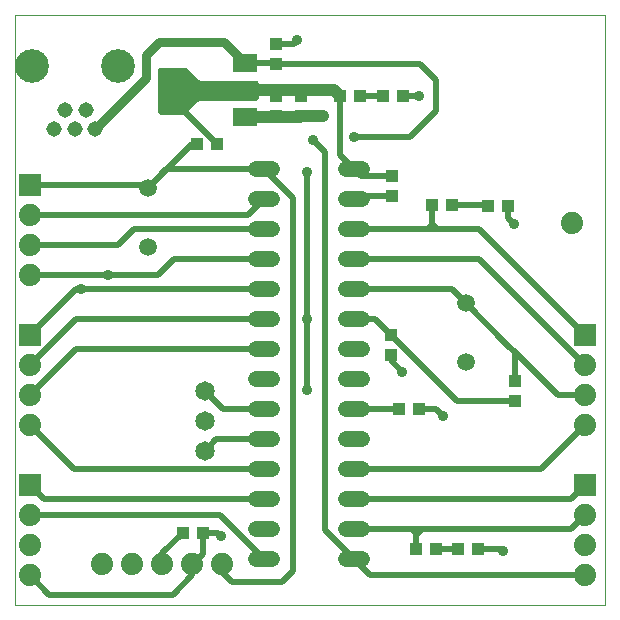
<source format=gtl>
G75*
G70*
%OFA0B0*%
%FSLAX24Y24*%
%IPPOS*%
%LPD*%
%AMOC8*
5,1,8,0,0,1.08239X$1,22.5*
%
%ADD10C,0.0000*%
%ADD11C,0.0520*%
%ADD12C,0.0740*%
%ADD13R,0.0790X0.0590*%
%ADD14R,0.0790X0.1500*%
%ADD15R,0.0433X0.0433*%
%ADD16R,0.0394X0.0433*%
%ADD17C,0.0515*%
%ADD18C,0.1122*%
%ADD19R,0.0740X0.0740*%
%ADD20C,0.0594*%
%ADD21C,0.0650*%
%ADD22R,0.0433X0.0394*%
%ADD23C,0.0200*%
%ADD24C,0.0400*%
%ADD25C,0.0357*%
%ADD26C,0.0100*%
%ADD27C,0.0300*%
D10*
X000907Y000101D02*
X000907Y019786D01*
X020592Y019786D01*
X020592Y000101D01*
X000907Y000101D01*
D11*
X008957Y001631D02*
X009477Y001631D01*
X009477Y002631D02*
X008957Y002631D01*
X008957Y003631D02*
X009477Y003631D01*
X009477Y004631D02*
X008957Y004631D01*
X008957Y005631D02*
X009477Y005631D01*
X009477Y006631D02*
X008957Y006631D01*
X008957Y007631D02*
X009477Y007631D01*
X009477Y008631D02*
X008957Y008631D01*
X008957Y009631D02*
X009477Y009631D01*
X009477Y010631D02*
X008957Y010631D01*
X008957Y011631D02*
X009477Y011631D01*
X009477Y012631D02*
X008957Y012631D01*
X008957Y013631D02*
X009477Y013631D01*
X009477Y014631D02*
X008957Y014631D01*
X011957Y014631D02*
X012477Y014631D01*
X012477Y013631D02*
X011957Y013631D01*
X011957Y012631D02*
X012477Y012631D01*
X012477Y011631D02*
X011957Y011631D01*
X011957Y010631D02*
X012477Y010631D01*
X012477Y009631D02*
X011957Y009631D01*
X011957Y008631D02*
X012477Y008631D01*
X012477Y007631D02*
X011957Y007631D01*
X011957Y006631D02*
X012477Y006631D01*
X012477Y005631D02*
X011957Y005631D01*
X011957Y004631D02*
X012477Y004631D01*
X012477Y003631D02*
X011957Y003631D01*
X011957Y002631D02*
X012477Y002631D01*
X012477Y001631D02*
X011957Y001631D01*
D12*
X007817Y001471D03*
X006817Y001471D03*
X005817Y001471D03*
X004817Y001471D03*
X003817Y001471D03*
X001407Y001101D03*
X001407Y002101D03*
X001407Y003101D03*
X001407Y006101D03*
X001407Y007101D03*
X001407Y008101D03*
X001407Y011101D03*
X001407Y012101D03*
X001407Y013101D03*
X019467Y012841D03*
X019907Y008101D03*
X019907Y007101D03*
X019907Y006101D03*
X019907Y003101D03*
X019907Y002101D03*
X019907Y001101D03*
D13*
X008597Y016361D03*
X008597Y017261D03*
X008597Y018161D03*
D14*
X006117Y017251D03*
D15*
X006972Y015491D03*
X007642Y015491D03*
X010457Y016406D03*
X010457Y017075D03*
X011732Y017081D03*
X012402Y017081D03*
X013192Y017071D03*
X013862Y017071D03*
X013487Y014405D03*
X013487Y013736D03*
X014802Y013431D03*
X015472Y013431D03*
X016672Y013421D03*
X017342Y013421D03*
X013447Y009105D03*
X013447Y008436D03*
X017567Y007585D03*
X017567Y006916D03*
X016352Y001991D03*
X015682Y001991D03*
X014942Y001991D03*
X014272Y001991D03*
X007172Y002521D03*
X006502Y002521D03*
X009607Y018156D03*
X009607Y018825D03*
D16*
X009607Y017085D03*
X009607Y016416D03*
D17*
X003587Y015991D03*
X002917Y015991D03*
X002587Y016611D03*
X003277Y016611D03*
X002217Y015991D03*
D18*
X001480Y018091D03*
X004354Y018091D03*
D19*
X001407Y014101D03*
X001407Y009101D03*
X001407Y004101D03*
X019907Y004101D03*
X019907Y009101D03*
D20*
X015937Y008197D03*
X015937Y010165D03*
X005337Y012047D03*
X005337Y014015D03*
D21*
X007237Y007241D03*
X007237Y006241D03*
X007237Y005241D03*
D22*
X013722Y006631D03*
X014392Y006631D03*
D23*
X014947Y006631D01*
X015167Y006411D01*
X015636Y006916D02*
X013447Y009105D01*
X012922Y009631D01*
X012217Y009631D01*
X012217Y010631D02*
X015471Y010631D01*
X015937Y010165D01*
X017359Y008743D01*
X017567Y008535D01*
X017567Y007585D01*
X017567Y006916D02*
X015636Y006916D01*
X013722Y006631D02*
X012217Y006631D01*
X010647Y007271D02*
X010647Y009641D01*
X010647Y014531D01*
X010637Y014541D01*
X011237Y015221D02*
X010837Y015621D01*
X011237Y015221D02*
X011237Y002611D01*
X012217Y001631D01*
X012747Y001101D01*
X019907Y001101D01*
X019437Y002631D02*
X019907Y003101D01*
X019437Y002631D02*
X014477Y002631D01*
X014272Y002426D01*
X014272Y002495D02*
X014137Y002631D01*
X014477Y002631D01*
X014272Y002495D02*
X014272Y001991D01*
X014137Y002631D02*
X012217Y002631D01*
X012217Y003631D02*
X019437Y003631D01*
X019907Y004101D01*
X018437Y004631D02*
X019907Y006101D01*
X019907Y007101D02*
X019001Y007101D01*
X017567Y008535D01*
X019907Y008101D02*
X016377Y011631D01*
X012217Y011631D01*
X012217Y012631D02*
X014657Y012631D01*
X014802Y012776D01*
X014802Y012815D02*
X014987Y012631D01*
X016377Y012631D01*
X019907Y009101D01*
X017557Y012801D02*
X017342Y013016D01*
X017342Y013421D01*
X016672Y013421D02*
X016652Y013441D01*
X015472Y013431D01*
X014802Y013431D02*
X014802Y012815D01*
X014657Y012631D02*
X014987Y012631D01*
X013487Y013736D02*
X012322Y013736D01*
X012217Y013631D01*
X012442Y014405D02*
X012217Y014631D01*
X011732Y015115D01*
X011732Y017081D01*
X012402Y017081D02*
X013182Y017081D01*
X013187Y017080D01*
X013191Y017076D01*
X013192Y017071D01*
X013862Y017071D02*
X014387Y017071D01*
X014397Y017061D01*
X014957Y016591D02*
X014067Y015701D01*
X012207Y015701D01*
X012442Y014405D02*
X013487Y014405D01*
X014957Y016591D02*
X014957Y017621D01*
X014422Y018156D01*
X009607Y018156D01*
X009602Y018161D01*
X008597Y018161D01*
X009607Y018825D02*
X010212Y018825D01*
X010317Y018931D01*
X007642Y015491D02*
X006117Y017015D01*
X006117Y017251D01*
X006813Y015491D02*
X006972Y015491D01*
X006813Y015491D02*
X005337Y014015D01*
X005251Y014101D01*
X001407Y014101D01*
X001407Y013101D02*
X008687Y013101D01*
X009217Y013631D01*
X010177Y013671D02*
X009217Y014631D01*
X005953Y014631D01*
X005337Y014015D01*
X004877Y012631D02*
X004347Y012101D01*
X001407Y012101D01*
X001407Y011101D02*
X004007Y011101D01*
X005677Y011101D01*
X006207Y011631D01*
X009217Y011631D01*
X009217Y012631D02*
X004877Y012631D01*
X003107Y010631D02*
X002937Y010631D01*
X001407Y009101D01*
X001407Y008101D02*
X002937Y009631D01*
X009217Y009631D01*
X009217Y010631D02*
X003107Y010631D01*
X002937Y008631D02*
X001407Y007101D01*
X001407Y006101D02*
X002877Y004631D01*
X009217Y004631D01*
X009217Y005631D02*
X007627Y005631D01*
X007237Y005241D01*
X007847Y006631D02*
X007237Y007241D01*
X007847Y006631D02*
X009217Y006631D01*
X009217Y008631D02*
X002937Y008631D01*
X001407Y004101D02*
X001877Y003631D01*
X009217Y003631D01*
X007747Y003101D02*
X001407Y003101D01*
X001407Y001101D02*
X002057Y000451D01*
X006167Y000451D01*
X006817Y001101D01*
X006817Y001471D01*
X007172Y001825D01*
X007172Y002521D01*
X007667Y002521D01*
X007777Y002411D01*
X007747Y003101D02*
X009217Y001631D01*
X009807Y000881D02*
X008147Y000881D01*
X007817Y001211D01*
X007817Y001471D01*
X006502Y002521D02*
X005817Y001835D01*
X005817Y001471D01*
X009807Y000881D02*
X010177Y001251D01*
X010177Y013671D01*
X013447Y008436D02*
X013447Y008261D01*
X013827Y007881D01*
X012217Y004631D02*
X018437Y004631D01*
X017087Y001991D02*
X016352Y001991D01*
X015682Y001991D02*
X014942Y001991D01*
X017087Y001991D02*
X017177Y001901D01*
D24*
X011177Y016401D02*
X011172Y016406D01*
X010457Y016406D01*
X010412Y016361D01*
X009707Y016361D01*
X009652Y016416D01*
X009607Y016416D01*
X009707Y016361D02*
X008597Y016361D01*
X008597Y017261D02*
X009537Y017261D01*
X009607Y017191D01*
X009607Y017085D01*
X009537Y017261D02*
X010467Y017261D01*
X010457Y017251D01*
X010457Y017075D01*
X010467Y017261D02*
X011552Y017261D01*
X011732Y017081D01*
D25*
X011177Y016401D03*
X010837Y015621D03*
X010637Y014541D03*
X012207Y015701D03*
X014397Y017061D03*
X010317Y018931D03*
X017557Y012801D03*
X013827Y007881D03*
X015167Y006411D03*
X010647Y007271D03*
X010647Y009641D03*
X004007Y011101D03*
X003107Y010631D03*
X007777Y002411D03*
X017177Y001901D03*
D26*
X006527Y016501D02*
X005797Y016501D01*
X005774Y016504D01*
X005752Y016513D01*
X005733Y016527D01*
X005719Y016546D01*
X005710Y016567D01*
X005707Y016591D01*
X005707Y017931D01*
X005709Y017946D01*
X005715Y017961D01*
X005725Y017973D01*
X005737Y017983D01*
X005752Y017989D01*
X005767Y017991D01*
X006577Y017991D01*
X007037Y017531D01*
X008947Y017531D01*
X008963Y017528D01*
X008976Y017521D01*
X008988Y017510D01*
X008995Y017496D01*
X008997Y017481D01*
X008997Y017041D01*
X008995Y017025D01*
X008988Y017011D01*
X008976Y017000D01*
X008963Y016993D01*
X008947Y016991D01*
X007017Y016991D01*
X006527Y016501D01*
X006584Y016558D02*
X005714Y016558D01*
X005707Y016656D02*
X006682Y016656D01*
X006781Y016755D02*
X005707Y016755D01*
X005707Y016853D02*
X006879Y016853D01*
X006978Y016952D02*
X005707Y016952D01*
X005707Y017050D02*
X008997Y017050D01*
X008997Y017149D02*
X005707Y017149D01*
X005707Y017247D02*
X008997Y017247D01*
X008997Y017346D02*
X005707Y017346D01*
X005707Y017444D02*
X008997Y017444D01*
X007025Y017543D02*
X005707Y017543D01*
X005707Y017641D02*
X006926Y017641D01*
X006828Y017740D02*
X005707Y017740D01*
X005707Y017839D02*
X006729Y017839D01*
X006631Y017937D02*
X005708Y017937D01*
D27*
X005267Y017671D02*
X005267Y018451D01*
X005707Y018891D01*
X007867Y018891D01*
X008597Y018161D01*
X005267Y017671D02*
X003587Y015991D01*
M02*

</source>
